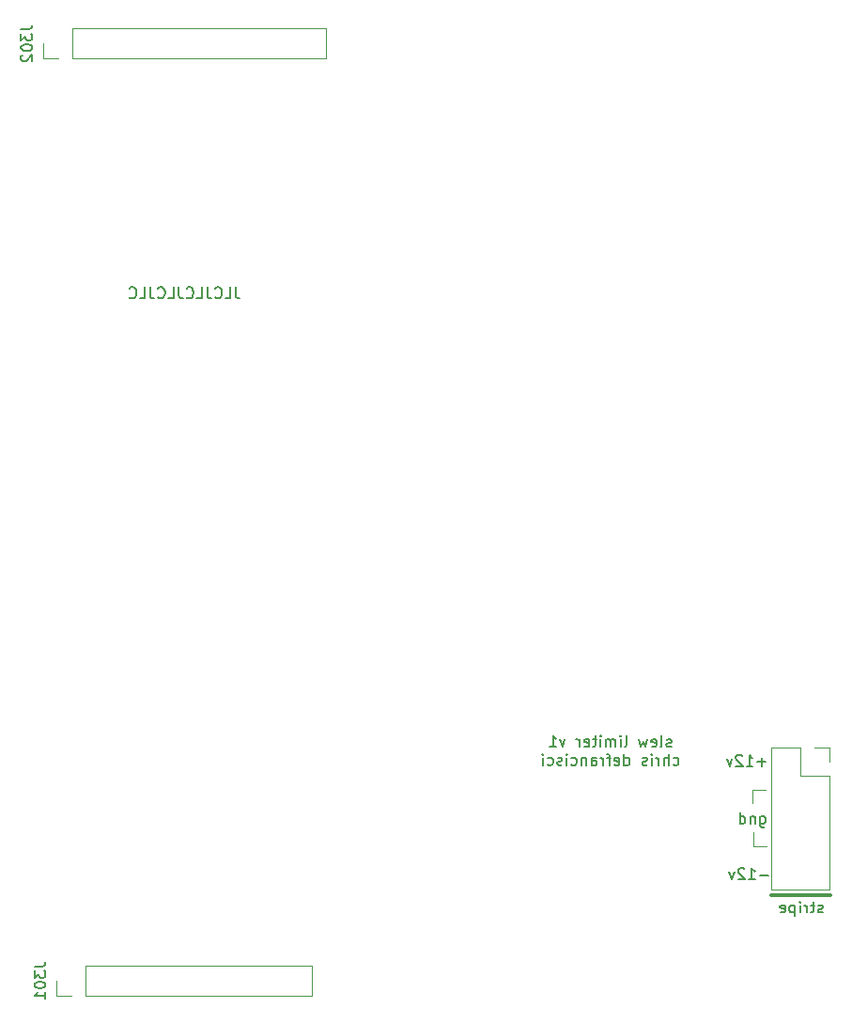
<source format=gbr>
%TF.GenerationSoftware,KiCad,Pcbnew,(5.1.7-0-10_14)*%
%TF.CreationDate,2021-05-28T11:23:36-04:00*%
%TF.ProjectId,SlewLimiter,536c6577-4c69-46d6-9974-65722e6b6963,rev?*%
%TF.SameCoordinates,Original*%
%TF.FileFunction,Legend,Bot*%
%TF.FilePolarity,Positive*%
%FSLAX46Y46*%
G04 Gerber Fmt 4.6, Leading zero omitted, Abs format (unit mm)*
G04 Created by KiCad (PCBNEW (5.1.7-0-10_14)) date 2021-05-28 11:23:36*
%MOMM*%
%LPD*%
G01*
G04 APERTURE LIST*
%ADD10C,0.120000*%
%ADD11C,0.150000*%
%ADD12C,0.300000*%
G04 APERTURE END LIST*
D10*
X101300000Y-142300000D02*
X102500000Y-142300000D01*
X101300000Y-141000000D02*
X101300000Y-142300000D01*
X101200000Y-137200000D02*
X101200000Y-138400000D01*
X102400000Y-137200000D02*
X101200000Y-137200000D01*
D11*
X101890476Y-139585714D02*
X101890476Y-140395238D01*
X101938095Y-140490476D01*
X101985714Y-140538095D01*
X102080952Y-140585714D01*
X102223809Y-140585714D01*
X102319047Y-140538095D01*
X101890476Y-140204761D02*
X101985714Y-140252380D01*
X102176190Y-140252380D01*
X102271428Y-140204761D01*
X102319047Y-140157142D01*
X102366666Y-140061904D01*
X102366666Y-139776190D01*
X102319047Y-139680952D01*
X102271428Y-139633333D01*
X102176190Y-139585714D01*
X101985714Y-139585714D01*
X101890476Y-139633333D01*
X101414285Y-139585714D02*
X101414285Y-140252380D01*
X101414285Y-139680952D02*
X101366666Y-139633333D01*
X101271428Y-139585714D01*
X101128571Y-139585714D01*
X101033333Y-139633333D01*
X100985714Y-139728571D01*
X100985714Y-140252380D01*
X100080952Y-140252380D02*
X100080952Y-139252380D01*
X100080952Y-140204761D02*
X100176190Y-140252380D01*
X100366666Y-140252380D01*
X100461904Y-140204761D01*
X100509523Y-140157142D01*
X100557142Y-140061904D01*
X100557142Y-139776190D01*
X100509523Y-139680952D01*
X100461904Y-139633333D01*
X100366666Y-139585714D01*
X100176190Y-139585714D01*
X100080952Y-139633333D01*
X102614285Y-144871428D02*
X101852380Y-144871428D01*
X100852380Y-145252380D02*
X101423809Y-145252380D01*
X101138095Y-145252380D02*
X101138095Y-144252380D01*
X101233333Y-144395238D01*
X101328571Y-144490476D01*
X101423809Y-144538095D01*
X100471428Y-144347619D02*
X100423809Y-144300000D01*
X100328571Y-144252380D01*
X100090476Y-144252380D01*
X99995238Y-144300000D01*
X99947619Y-144347619D01*
X99900000Y-144442857D01*
X99900000Y-144538095D01*
X99947619Y-144680952D01*
X100519047Y-145252380D01*
X99900000Y-145252380D01*
X99566666Y-144585714D02*
X99328571Y-145252380D01*
X99090476Y-144585714D01*
X102414285Y-134671428D02*
X101652380Y-134671428D01*
X102033333Y-135052380D02*
X102033333Y-134290476D01*
X100652380Y-135052380D02*
X101223809Y-135052380D01*
X100938095Y-135052380D02*
X100938095Y-134052380D01*
X101033333Y-134195238D01*
X101128571Y-134290476D01*
X101223809Y-134338095D01*
X100271428Y-134147619D02*
X100223809Y-134100000D01*
X100128571Y-134052380D01*
X99890476Y-134052380D01*
X99795238Y-134100000D01*
X99747619Y-134147619D01*
X99700000Y-134242857D01*
X99700000Y-134338095D01*
X99747619Y-134480952D01*
X100319047Y-135052380D01*
X99700000Y-135052380D01*
X99366666Y-134385714D02*
X99128571Y-135052380D01*
X98890476Y-134385714D01*
D12*
X102900000Y-146700000D02*
X108200000Y-146700000D01*
D11*
X107528571Y-148204761D02*
X107433333Y-148252380D01*
X107242857Y-148252380D01*
X107147619Y-148204761D01*
X107100000Y-148109523D01*
X107100000Y-148061904D01*
X107147619Y-147966666D01*
X107242857Y-147919047D01*
X107385714Y-147919047D01*
X107480952Y-147871428D01*
X107528571Y-147776190D01*
X107528571Y-147728571D01*
X107480952Y-147633333D01*
X107385714Y-147585714D01*
X107242857Y-147585714D01*
X107147619Y-147633333D01*
X106814285Y-147585714D02*
X106433333Y-147585714D01*
X106671428Y-147252380D02*
X106671428Y-148109523D01*
X106623809Y-148204761D01*
X106528571Y-148252380D01*
X106433333Y-148252380D01*
X106100000Y-148252380D02*
X106100000Y-147585714D01*
X106100000Y-147776190D02*
X106052380Y-147680952D01*
X106004761Y-147633333D01*
X105909523Y-147585714D01*
X105814285Y-147585714D01*
X105480952Y-148252380D02*
X105480952Y-147585714D01*
X105480952Y-147252380D02*
X105528571Y-147300000D01*
X105480952Y-147347619D01*
X105433333Y-147300000D01*
X105480952Y-147252380D01*
X105480952Y-147347619D01*
X105004761Y-147585714D02*
X105004761Y-148585714D01*
X105004761Y-147633333D02*
X104909523Y-147585714D01*
X104719047Y-147585714D01*
X104623809Y-147633333D01*
X104576190Y-147680952D01*
X104528571Y-147776190D01*
X104528571Y-148061904D01*
X104576190Y-148157142D01*
X104623809Y-148204761D01*
X104719047Y-148252380D01*
X104909523Y-148252380D01*
X105004761Y-148204761D01*
X103719047Y-148204761D02*
X103814285Y-148252380D01*
X104004761Y-148252380D01*
X104100000Y-148204761D01*
X104147619Y-148109523D01*
X104147619Y-147728571D01*
X104100000Y-147633333D01*
X104004761Y-147585714D01*
X103814285Y-147585714D01*
X103719047Y-147633333D01*
X103671428Y-147728571D01*
X103671428Y-147823809D01*
X104147619Y-147919047D01*
X54619047Y-91952380D02*
X54619047Y-92666666D01*
X54666666Y-92809523D01*
X54761904Y-92904761D01*
X54904761Y-92952380D01*
X55000000Y-92952380D01*
X53666666Y-92952380D02*
X54142857Y-92952380D01*
X54142857Y-91952380D01*
X52761904Y-92857142D02*
X52809523Y-92904761D01*
X52952380Y-92952380D01*
X53047619Y-92952380D01*
X53190476Y-92904761D01*
X53285714Y-92809523D01*
X53333333Y-92714285D01*
X53380952Y-92523809D01*
X53380952Y-92380952D01*
X53333333Y-92190476D01*
X53285714Y-92095238D01*
X53190476Y-92000000D01*
X53047619Y-91952380D01*
X52952380Y-91952380D01*
X52809523Y-92000000D01*
X52761904Y-92047619D01*
X52047619Y-91952380D02*
X52047619Y-92666666D01*
X52095238Y-92809523D01*
X52190476Y-92904761D01*
X52333333Y-92952380D01*
X52428571Y-92952380D01*
X51095238Y-92952380D02*
X51571428Y-92952380D01*
X51571428Y-91952380D01*
X50190476Y-92857142D02*
X50238095Y-92904761D01*
X50380952Y-92952380D01*
X50476190Y-92952380D01*
X50619047Y-92904761D01*
X50714285Y-92809523D01*
X50761904Y-92714285D01*
X50809523Y-92523809D01*
X50809523Y-92380952D01*
X50761904Y-92190476D01*
X50714285Y-92095238D01*
X50619047Y-92000000D01*
X50476190Y-91952380D01*
X50380952Y-91952380D01*
X50238095Y-92000000D01*
X50190476Y-92047619D01*
X49476190Y-91952380D02*
X49476190Y-92666666D01*
X49523809Y-92809523D01*
X49619047Y-92904761D01*
X49761904Y-92952380D01*
X49857142Y-92952380D01*
X48523809Y-92952380D02*
X49000000Y-92952380D01*
X49000000Y-91952380D01*
X47619047Y-92857142D02*
X47666666Y-92904761D01*
X47809523Y-92952380D01*
X47904761Y-92952380D01*
X48047619Y-92904761D01*
X48142857Y-92809523D01*
X48190476Y-92714285D01*
X48238095Y-92523809D01*
X48238095Y-92380952D01*
X48190476Y-92190476D01*
X48142857Y-92095238D01*
X48047619Y-92000000D01*
X47904761Y-91952380D01*
X47809523Y-91952380D01*
X47666666Y-92000000D01*
X47619047Y-92047619D01*
X46904761Y-91952380D02*
X46904761Y-92666666D01*
X46952380Y-92809523D01*
X47047619Y-92904761D01*
X47190476Y-92952380D01*
X47285714Y-92952380D01*
X45952380Y-92952380D02*
X46428571Y-92952380D01*
X46428571Y-91952380D01*
X45047619Y-92857142D02*
X45095238Y-92904761D01*
X45238095Y-92952380D01*
X45333333Y-92952380D01*
X45476190Y-92904761D01*
X45571428Y-92809523D01*
X45619047Y-92714285D01*
X45666666Y-92523809D01*
X45666666Y-92380952D01*
X45619047Y-92190476D01*
X45571428Y-92095238D01*
X45476190Y-92000000D01*
X45333333Y-91952380D01*
X45238095Y-91952380D01*
X45095238Y-92000000D01*
X45047619Y-92047619D01*
X93876190Y-133279761D02*
X93780952Y-133327380D01*
X93590476Y-133327380D01*
X93495238Y-133279761D01*
X93447619Y-133184523D01*
X93447619Y-133136904D01*
X93495238Y-133041666D01*
X93590476Y-132994047D01*
X93733333Y-132994047D01*
X93828571Y-132946428D01*
X93876190Y-132851190D01*
X93876190Y-132803571D01*
X93828571Y-132708333D01*
X93733333Y-132660714D01*
X93590476Y-132660714D01*
X93495238Y-132708333D01*
X92876190Y-133327380D02*
X92971428Y-133279761D01*
X93019047Y-133184523D01*
X93019047Y-132327380D01*
X92114285Y-133279761D02*
X92209523Y-133327380D01*
X92400000Y-133327380D01*
X92495238Y-133279761D01*
X92542857Y-133184523D01*
X92542857Y-132803571D01*
X92495238Y-132708333D01*
X92400000Y-132660714D01*
X92209523Y-132660714D01*
X92114285Y-132708333D01*
X92066666Y-132803571D01*
X92066666Y-132898809D01*
X92542857Y-132994047D01*
X91733333Y-132660714D02*
X91542857Y-133327380D01*
X91352380Y-132851190D01*
X91161904Y-133327380D01*
X90971428Y-132660714D01*
X89685714Y-133327380D02*
X89780952Y-133279761D01*
X89828571Y-133184523D01*
X89828571Y-132327380D01*
X89304761Y-133327380D02*
X89304761Y-132660714D01*
X89304761Y-132327380D02*
X89352380Y-132375000D01*
X89304761Y-132422619D01*
X89257142Y-132375000D01*
X89304761Y-132327380D01*
X89304761Y-132422619D01*
X88828571Y-133327380D02*
X88828571Y-132660714D01*
X88828571Y-132755952D02*
X88780952Y-132708333D01*
X88685714Y-132660714D01*
X88542857Y-132660714D01*
X88447619Y-132708333D01*
X88400000Y-132803571D01*
X88400000Y-133327380D01*
X88400000Y-132803571D02*
X88352380Y-132708333D01*
X88257142Y-132660714D01*
X88114285Y-132660714D01*
X88019047Y-132708333D01*
X87971428Y-132803571D01*
X87971428Y-133327380D01*
X87495238Y-133327380D02*
X87495238Y-132660714D01*
X87495238Y-132327380D02*
X87542857Y-132375000D01*
X87495238Y-132422619D01*
X87447619Y-132375000D01*
X87495238Y-132327380D01*
X87495238Y-132422619D01*
X87161904Y-132660714D02*
X86780952Y-132660714D01*
X87019047Y-132327380D02*
X87019047Y-133184523D01*
X86971428Y-133279761D01*
X86876190Y-133327380D01*
X86780952Y-133327380D01*
X86066666Y-133279761D02*
X86161904Y-133327380D01*
X86352380Y-133327380D01*
X86447619Y-133279761D01*
X86495238Y-133184523D01*
X86495238Y-132803571D01*
X86447619Y-132708333D01*
X86352380Y-132660714D01*
X86161904Y-132660714D01*
X86066666Y-132708333D01*
X86019047Y-132803571D01*
X86019047Y-132898809D01*
X86495238Y-132994047D01*
X85590476Y-133327380D02*
X85590476Y-132660714D01*
X85590476Y-132851190D02*
X85542857Y-132755952D01*
X85495238Y-132708333D01*
X85400000Y-132660714D01*
X85304761Y-132660714D01*
X84304761Y-132660714D02*
X84066666Y-133327380D01*
X83828571Y-132660714D01*
X82923809Y-133327380D02*
X83495238Y-133327380D01*
X83209523Y-133327380D02*
X83209523Y-132327380D01*
X83304761Y-132470238D01*
X83400000Y-132565476D01*
X83495238Y-132613095D01*
X94066666Y-134929761D02*
X94161904Y-134977380D01*
X94352380Y-134977380D01*
X94447619Y-134929761D01*
X94495238Y-134882142D01*
X94542857Y-134786904D01*
X94542857Y-134501190D01*
X94495238Y-134405952D01*
X94447619Y-134358333D01*
X94352380Y-134310714D01*
X94161904Y-134310714D01*
X94066666Y-134358333D01*
X93638095Y-134977380D02*
X93638095Y-133977380D01*
X93209523Y-134977380D02*
X93209523Y-134453571D01*
X93257142Y-134358333D01*
X93352380Y-134310714D01*
X93495238Y-134310714D01*
X93590476Y-134358333D01*
X93638095Y-134405952D01*
X92733333Y-134977380D02*
X92733333Y-134310714D01*
X92733333Y-134501190D02*
X92685714Y-134405952D01*
X92638095Y-134358333D01*
X92542857Y-134310714D01*
X92447619Y-134310714D01*
X92114285Y-134977380D02*
X92114285Y-134310714D01*
X92114285Y-133977380D02*
X92161904Y-134025000D01*
X92114285Y-134072619D01*
X92066666Y-134025000D01*
X92114285Y-133977380D01*
X92114285Y-134072619D01*
X91685714Y-134929761D02*
X91590476Y-134977380D01*
X91400000Y-134977380D01*
X91304761Y-134929761D01*
X91257142Y-134834523D01*
X91257142Y-134786904D01*
X91304761Y-134691666D01*
X91400000Y-134644047D01*
X91542857Y-134644047D01*
X91638095Y-134596428D01*
X91685714Y-134501190D01*
X91685714Y-134453571D01*
X91638095Y-134358333D01*
X91542857Y-134310714D01*
X91400000Y-134310714D01*
X91304761Y-134358333D01*
X89638095Y-134977380D02*
X89638095Y-133977380D01*
X89638095Y-134929761D02*
X89733333Y-134977380D01*
X89923809Y-134977380D01*
X90019047Y-134929761D01*
X90066666Y-134882142D01*
X90114285Y-134786904D01*
X90114285Y-134501190D01*
X90066666Y-134405952D01*
X90019047Y-134358333D01*
X89923809Y-134310714D01*
X89733333Y-134310714D01*
X89638095Y-134358333D01*
X88780952Y-134929761D02*
X88876190Y-134977380D01*
X89066666Y-134977380D01*
X89161904Y-134929761D01*
X89209523Y-134834523D01*
X89209523Y-134453571D01*
X89161904Y-134358333D01*
X89066666Y-134310714D01*
X88876190Y-134310714D01*
X88780952Y-134358333D01*
X88733333Y-134453571D01*
X88733333Y-134548809D01*
X89209523Y-134644047D01*
X88447619Y-134310714D02*
X88066666Y-134310714D01*
X88304761Y-134977380D02*
X88304761Y-134120238D01*
X88257142Y-134025000D01*
X88161904Y-133977380D01*
X88066666Y-133977380D01*
X87733333Y-134977380D02*
X87733333Y-134310714D01*
X87733333Y-134501190D02*
X87685714Y-134405952D01*
X87638095Y-134358333D01*
X87542857Y-134310714D01*
X87447619Y-134310714D01*
X86685714Y-134977380D02*
X86685714Y-134453571D01*
X86733333Y-134358333D01*
X86828571Y-134310714D01*
X87019047Y-134310714D01*
X87114285Y-134358333D01*
X86685714Y-134929761D02*
X86780952Y-134977380D01*
X87019047Y-134977380D01*
X87114285Y-134929761D01*
X87161904Y-134834523D01*
X87161904Y-134739285D01*
X87114285Y-134644047D01*
X87019047Y-134596428D01*
X86780952Y-134596428D01*
X86685714Y-134548809D01*
X86209523Y-134310714D02*
X86209523Y-134977380D01*
X86209523Y-134405952D02*
X86161904Y-134358333D01*
X86066666Y-134310714D01*
X85923809Y-134310714D01*
X85828571Y-134358333D01*
X85780952Y-134453571D01*
X85780952Y-134977380D01*
X84876190Y-134929761D02*
X84971428Y-134977380D01*
X85161904Y-134977380D01*
X85257142Y-134929761D01*
X85304761Y-134882142D01*
X85352380Y-134786904D01*
X85352380Y-134501190D01*
X85304761Y-134405952D01*
X85257142Y-134358333D01*
X85161904Y-134310714D01*
X84971428Y-134310714D01*
X84876190Y-134358333D01*
X84447619Y-134977380D02*
X84447619Y-134310714D01*
X84447619Y-133977380D02*
X84495238Y-134025000D01*
X84447619Y-134072619D01*
X84400000Y-134025000D01*
X84447619Y-133977380D01*
X84447619Y-134072619D01*
X84019047Y-134929761D02*
X83923809Y-134977380D01*
X83733333Y-134977380D01*
X83638095Y-134929761D01*
X83590476Y-134834523D01*
X83590476Y-134786904D01*
X83638095Y-134691666D01*
X83733333Y-134644047D01*
X83876190Y-134644047D01*
X83971428Y-134596428D01*
X84019047Y-134501190D01*
X84019047Y-134453571D01*
X83971428Y-134358333D01*
X83876190Y-134310714D01*
X83733333Y-134310714D01*
X83638095Y-134358333D01*
X82733333Y-134929761D02*
X82828571Y-134977380D01*
X83019047Y-134977380D01*
X83114285Y-134929761D01*
X83161904Y-134882142D01*
X83209523Y-134786904D01*
X83209523Y-134501190D01*
X83161904Y-134405952D01*
X83114285Y-134358333D01*
X83019047Y-134310714D01*
X82828571Y-134310714D01*
X82733333Y-134358333D01*
X82304761Y-134977380D02*
X82304761Y-134310714D01*
X82304761Y-133977380D02*
X82352380Y-134025000D01*
X82304761Y-134072619D01*
X82257142Y-134025000D01*
X82304761Y-133977380D01*
X82304761Y-134072619D01*
D10*
%TO.C,J302*%
X37270000Y-70000000D02*
X37270000Y-71330000D01*
X37270000Y-71330000D02*
X38600000Y-71330000D01*
X39870000Y-71330000D02*
X62790000Y-71330000D01*
X62790000Y-68670000D02*
X62790000Y-71330000D01*
X39870000Y-68670000D02*
X62790000Y-68670000D01*
X39870000Y-68670000D02*
X39870000Y-71330000D01*
%TO.C,J301*%
X38470000Y-154400000D02*
X38470000Y-155730000D01*
X38470000Y-155730000D02*
X39800000Y-155730000D01*
X41070000Y-155730000D02*
X61450000Y-155730000D01*
X61450000Y-153070000D02*
X61450000Y-155730000D01*
X41070000Y-153070000D02*
X61450000Y-153070000D01*
X41070000Y-153070000D02*
X41070000Y-155730000D01*
%TO.C,J201*%
X108130000Y-133370000D02*
X106800000Y-133370000D01*
X108130000Y-134700000D02*
X108130000Y-133370000D01*
X105530000Y-133370000D02*
X102930000Y-133370000D01*
X105530000Y-135970000D02*
X105530000Y-133370000D01*
X108130000Y-135970000D02*
X105530000Y-135970000D01*
X102930000Y-133370000D02*
X102930000Y-146190000D01*
X108130000Y-135970000D02*
X108130000Y-146190000D01*
X108130000Y-146190000D02*
X102930000Y-146190000D01*
%TO.C,J302*%
D11*
X35282380Y-68714285D02*
X35996666Y-68714285D01*
X36139523Y-68666666D01*
X36234761Y-68571428D01*
X36282380Y-68428571D01*
X36282380Y-68333333D01*
X35282380Y-69095238D02*
X35282380Y-69714285D01*
X35663333Y-69380952D01*
X35663333Y-69523809D01*
X35710952Y-69619047D01*
X35758571Y-69666666D01*
X35853809Y-69714285D01*
X36091904Y-69714285D01*
X36187142Y-69666666D01*
X36234761Y-69619047D01*
X36282380Y-69523809D01*
X36282380Y-69238095D01*
X36234761Y-69142857D01*
X36187142Y-69095238D01*
X35282380Y-70333333D02*
X35282380Y-70428571D01*
X35330000Y-70523809D01*
X35377619Y-70571428D01*
X35472857Y-70619047D01*
X35663333Y-70666666D01*
X35901428Y-70666666D01*
X36091904Y-70619047D01*
X36187142Y-70571428D01*
X36234761Y-70523809D01*
X36282380Y-70428571D01*
X36282380Y-70333333D01*
X36234761Y-70238095D01*
X36187142Y-70190476D01*
X36091904Y-70142857D01*
X35901428Y-70095238D01*
X35663333Y-70095238D01*
X35472857Y-70142857D01*
X35377619Y-70190476D01*
X35330000Y-70238095D01*
X35282380Y-70333333D01*
X35377619Y-71047619D02*
X35330000Y-71095238D01*
X35282380Y-71190476D01*
X35282380Y-71428571D01*
X35330000Y-71523809D01*
X35377619Y-71571428D01*
X35472857Y-71619047D01*
X35568095Y-71619047D01*
X35710952Y-71571428D01*
X36282380Y-71000000D01*
X36282380Y-71619047D01*
%TO.C,J301*%
X36482380Y-153114285D02*
X37196666Y-153114285D01*
X37339523Y-153066666D01*
X37434761Y-152971428D01*
X37482380Y-152828571D01*
X37482380Y-152733333D01*
X36482380Y-153495238D02*
X36482380Y-154114285D01*
X36863333Y-153780952D01*
X36863333Y-153923809D01*
X36910952Y-154019047D01*
X36958571Y-154066666D01*
X37053809Y-154114285D01*
X37291904Y-154114285D01*
X37387142Y-154066666D01*
X37434761Y-154019047D01*
X37482380Y-153923809D01*
X37482380Y-153638095D01*
X37434761Y-153542857D01*
X37387142Y-153495238D01*
X36482380Y-154733333D02*
X36482380Y-154828571D01*
X36530000Y-154923809D01*
X36577619Y-154971428D01*
X36672857Y-155019047D01*
X36863333Y-155066666D01*
X37101428Y-155066666D01*
X37291904Y-155019047D01*
X37387142Y-154971428D01*
X37434761Y-154923809D01*
X37482380Y-154828571D01*
X37482380Y-154733333D01*
X37434761Y-154638095D01*
X37387142Y-154590476D01*
X37291904Y-154542857D01*
X37101428Y-154495238D01*
X36863333Y-154495238D01*
X36672857Y-154542857D01*
X36577619Y-154590476D01*
X36530000Y-154638095D01*
X36482380Y-154733333D01*
X37482380Y-156019047D02*
X37482380Y-155447619D01*
X37482380Y-155733333D02*
X36482380Y-155733333D01*
X36625238Y-155638095D01*
X36720476Y-155542857D01*
X36768095Y-155447619D01*
%TD*%
M02*

</source>
